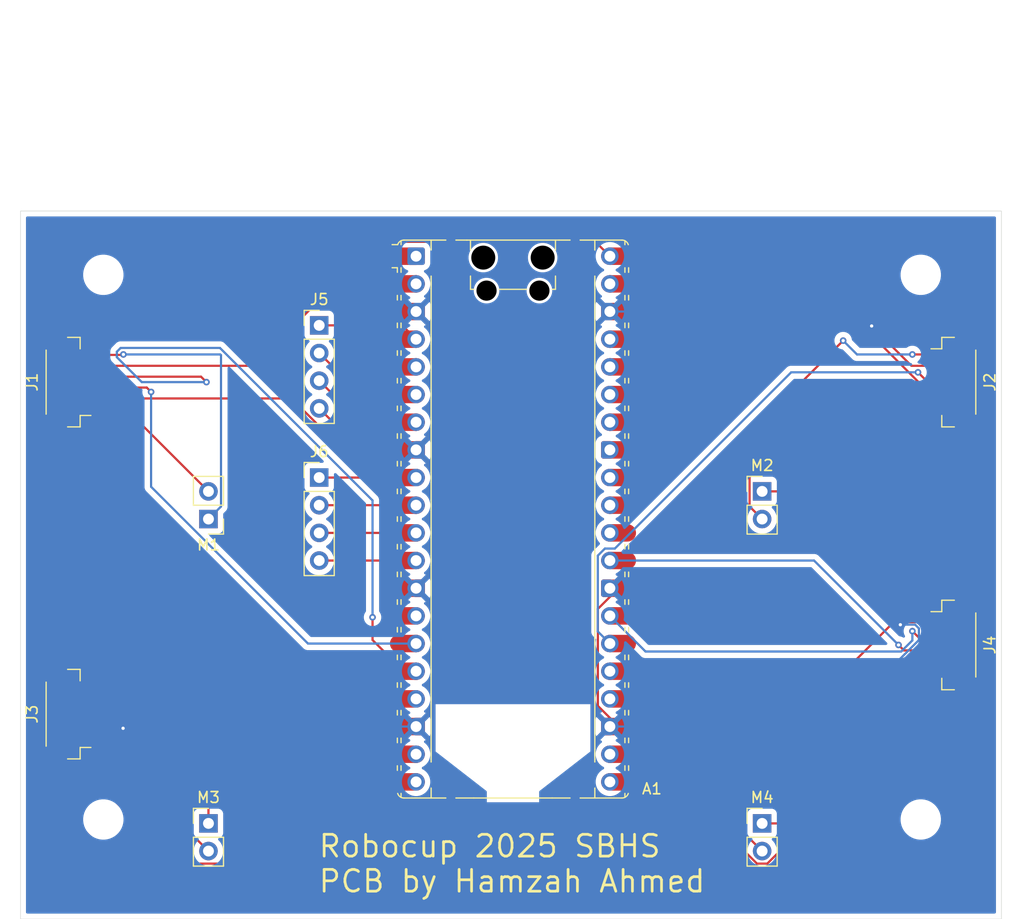
<source format=kicad_pcb>
(kicad_pcb (version 20241229) (generator "pcbnew") (generator_version "9.0")
  (layers (0 "F.Cu" signal) (2 "B.Cu" signal) (13 "F.Paste" user) (15 "B.Paste" user) (5 "F.SilkS" user "F.Silkscreen") (7 "B.SilkS" user "B.Silkscreen") (1 "F.Mask" user) (3 "B.Mask" user) (25 "Edge.Cuts" user))
  (net 0 "")
  (net 1 "Net-(A1-GPIO8)")
  (net 3 "GND")
  (net 4 "Net-(A1-GPIO2)")
  (net 8 "+5V")
  (net 10 "Net-(A1-GPIO5)")
  (net 13 "Net-(A1-GPIO4)")
  (net 14 "/Encoder 3B")
  (net 17 "Net-(A1-GPIO3)")
  (net 19 "Net-(A1-GPIO9)")
  (net 20 "/Encoder 2A")
  (net 22 "Net-(A1-GPIO7)")
  (net 24 "/Encoder 1A")
  (net 31 "/Encoder 2B")
  (net 35 "Net-(A1-GPIO6)")
  (net 39 "Net-(J1-Pin_6)")
  (net 40 "Net-(J1-Pin_1)")
  (net 42 "Net-(J2-Pin_6)")
  (net 43 "Net-(J2-Pin_1)")
  (net 44 "/Encoder 3A")
  (net 46 "Net-(J3-Pin_1)")
  (net 47 "Net-(J3-Pin_6)")
  (net 49 "Net-(J4-Pin_6)")
  (net 50 "Net-(J4-Pin_1)")
  (net 51 "/Encoder 4B")
  (net 53 "/Encoder 4A")
  (net 56 "/Encoder 1B")
  (footprint "MountingHole:MountingHole_3.2mm_M3" (layer "F.Cu") (at 190 60)
    (property "Reference" "REF**" (hide yes))
    (property "Value" "MountingHole_3.2mm_M3")
    (pad "" np_thru_hole circle (at 0 0) (size 3.2 3.2) (drill 3.2) (layers "*.Cu" "*.Mask"))
  )
  (footprint "Connector_JST:JST_SH_BM06B-SRSS-TB_1x06-1MP_P1.00mm_Vertical" (layer "F.Cu") (at 193.04 93.98 -90)
    (property "Reference" "J4" (at 0 -3.3 90) (layer "F.SilkS"))
    (property "Value" "Conn_01x06_Pin")
    (pad "1" smd roundrect (at -2.5 1.325 270) (size 0.6 1.55) (layers "F.Cu" "F.Mask" "F.Paste") (net 50 "Net-(J4-Pin_1)"))
    (pad "2" smd roundrect (at -1.5 1.325 270) (size 0.6 1.55) (layers "F.Cu" "F.Mask" "F.Paste") (net 3 "GND"))
    (pad "3" smd roundrect (at -0.5 1.325 270) (size 0.6 1.55) (layers "F.Cu" "F.Mask" "F.Paste") (net 53 "/Encoder 4A"))
    (pad "4" smd roundrect (at 0.5 1.325 270) (size 0.6 1.55) (layers "F.Cu" "F.Mask" "F.Paste") (net 51 "/Encoder 4B"))
    (pad "5" smd roundrect (at 1.5 1.325 270) (size 0.6 1.55) (layers "F.Cu" "F.Mask" "F.Paste") (net 8 "+5V"))
    (pad "6" smd roundrect (at 2.5 1.325 270) (size 0.6 1.55) (layers "F.Cu" "F.Mask" "F.Paste") (net 49 "Net-(J4-Pin_6)"))
    (pad "MP" smd roundrect (at -3.8 -1.2 270) (size 1.2 1.8) (layers "F.Cu" "F.Mask" "F.Paste") (roundrect_rratio 0.208333))
    (pad "MP" smd roundrect (at 3.8 -1.2 270) (size 1.2 1.8) (layers "F.Cu" "F.Mask" "F.Paste") (roundrect_rratio 0.208333))
  )
  (footprint "Connector_PinHeader_2.54mm:PinHeader_1x04_P2.54mm_Vertical" (layer "F.Cu") (at 134.805 64.64)
    (property "Reference" "J5" (at 0 -2.38 0) (layer "F.SilkS"))
    (property "Value" "Conn_01x04_Pin")
    (pad "1" thru_hole rect (at 0 0) (size 1.7 1.7) (drill 1) (layers "*.Cu" "*.Mask") (net 4 "Net-(A1-GPIO2)"))
    (pad "2" thru_hole circle (at 0 2.54) (size 1.7 1.7) (drill 1) (layers "*.Cu" "*.Mask") (net 17 "Net-(A1-GPIO3)"))
    (pad "3" thru_hole circle (at 0 5.08) (size 1.7 1.7) (drill 1) (layers "*.Cu" "*.Mask") (net 13 "Net-(A1-GPIO4)"))
    (pad "4" thru_hole circle (at 0 7.62) (size 1.7 1.7) (drill 1) (layers "*.Cu" "*.Mask") (net 10 "Net-(A1-GPIO5)"))
  )
  (footprint "MountingHole:MountingHole_3.2mm_M3" (layer "F.Cu") (at 190 110)
    (property "Reference" "REF**" (hide yes))
    (property "Value" "MountingHole_3.2mm_M3")
    (pad "" np_thru_hole circle (at 0 0) (size 3.2 3.2) (drill 3.2) (layers "*.Cu" "*.Mask"))
  )
  (footprint "MountingHole:MountingHole_3.2mm_M3" (layer "F.Cu") (at 115 110)
    (property "Reference" "REF**" (hide yes))
    (property "Value" "MountingHole_3.2mm_M3")
    (pad "" np_thru_hole circle (at 0 0) (size 3.2 3.2) (drill 3.2) (layers "*.Cu" "*.Mask"))
  )
  (footprint "Connector_PinHeader_2.54mm:PinHeader_1x02_P2.54mm_Vertical" (layer "F.Cu") (at 175.445 110.36)
    (property "Reference" "M4" (at 0 -2.38 0) (layer "F.SilkS"))
    (property "Value" "Conn_01x02_Pin")
    (pad "1" thru_hole rect (at 0 0) (size 1.7 1.7) (drill 1) (layers "*.Cu" "*.Mask") (net 49 "Net-(J4-Pin_6)"))
    (pad "2" thru_hole circle (at 0 2.54) (size 1.7 1.7) (drill 1) (layers "*.Cu" "*.Mask") (net 50 "Net-(J4-Pin_1)"))
  )
  (footprint "Connector_PinHeader_2.54mm:PinHeader_1x02_P2.54mm_Vertical" (layer "F.Cu") (at 124.645 82.42 180)
    (property "Reference" "M1" (at 0 -2.38 0) (layer "F.SilkS"))
    (property "Value" "Conn_01x02_Pin")
    (pad "1" thru_hole rect (at 0 0 180) (size 1.7 1.7) (drill 1) (layers "*.Cu" "*.Mask") (net 39 "Net-(J1-Pin_6)"))
    (pad "2" thru_hole circle (at 0 2.54 180) (size 1.7 1.7) (drill 1) (layers "*.Cu" "*.Mask") (net 40 "Net-(J1-Pin_1)"))
  )
  (footprint "Connector_JST:JST_SH_BM06B-SRSS-TB_1x06-1MP_P1.00mm_Vertical" (layer "F.Cu") (at 111.76 100.33 90)
    (property "Reference" "J3" (at 0 -3.3 90) (layer "F.SilkS"))
    (property "Value" "Conn_01x06_Pin")
    (pad "1" smd roundrect (at -2.5 1.325 90) (size 0.6 1.55) (layers "F.Cu" "F.Mask" "F.Paste") (net 46 "Net-(J3-Pin_1)"))
    (pad "2" smd roundrect (at -1.5 1.325 90) (size 0.6 1.55) (layers "F.Cu" "F.Mask" "F.Paste") (net 3 "GND"))
    (pad "3" smd roundrect (at -0.5 1.325 90) (size 0.6 1.55) (layers "F.Cu" "F.Mask" "F.Paste") (net 44 "/Encoder 3A"))
    (pad "4" smd roundrect (at 0.5 1.325 90) (size 0.6 1.55) (layers "F.Cu" "F.Mask" "F.Paste") (net 14 "/Encoder 3B"))
    (pad "5" smd roundrect (at 1.5 1.325 90) (size 0.6 1.55) (layers "F.Cu" "F.Mask" "F.Paste") (net 8 "+5V"))
    (pad "6" smd roundrect (at 2.5 1.325 90) (size 0.6 1.55) (layers "F.Cu" "F.Mask" "F.Paste") (net 47 "Net-(J3-Pin_6)"))
    (pad "MP" smd roundrect (at -3.8 -1.2 90) (size 1.2 1.8) (layers "F.Cu" "F.Mask" "F.Paste") (roundrect_rratio 0.208333))
    (pad "MP" smd roundrect (at 3.8 -1.2 90) (size 1.2 1.8) (layers "F.Cu" "F.Mask" "F.Paste") (roundrect_rratio 0.208333))
  )
  (footprint "MountingHole:MountingHole_3.2mm_M3" (layer "F.Cu") (at 115 60)
    (property "Reference" "REF**" (hide yes))
    (property "Value" "MountingHole_3.2mm_M3")
    (pad "" np_thru_hole circle (at 0 0) (size 3.2 3.2) (drill 3.2) (layers "*.Cu" "*.Mask"))
  )
  (footprint "Connector_JST:JST_SH_BM06B-SRSS-TB_1x06-1MP_P1.00mm_Vertical" (layer "F.Cu") (at 193.04 69.85 -90)
    (property "Reference" "J2" (at 0 -3.3 90) (layer "F.SilkS"))
    (property "Value" "Conn_01x06_Pin")
    (pad "1" smd roundrect (at -2.5 1.325 270) (size 0.6 1.55) (layers "F.Cu" "F.Mask" "F.Paste") (net 43 "Net-(J2-Pin_1)"))
    (pad "2" smd roundrect (at -1.5 1.325 270) (size 0.6 1.55) (layers "F.Cu" "F.Mask" "F.Paste") (net 3 "GND"))
    (pad "3" smd roundrect (at -0.5 1.325 270) (size 0.6 1.55) (layers "F.Cu" "F.Mask" "F.Paste") (net 20 "/Encoder 2A"))
    (pad "4" smd roundrect (at 0.5 1.325 270) (size 0.6 1.55) (layers "F.Cu" "F.Mask" "F.Paste") (net 31 "/Encoder 2B"))
    (pad "5" smd roundrect (at 1.5 1.325 270) (size 0.6 1.55) (layers "F.Cu" "F.Mask" "F.Paste") (net 8 "+5V"))
    (pad "6" smd roundrect (at 2.5 1.325 270) (size 0.6 1.55) (layers "F.Cu" "F.Mask" "F.Paste") (net 42 "Net-(J2-Pin_6)"))
    (pad "MP" smd roundrect (at -3.8 -1.2 270) (size 1.2 1.8) (layers "F.Cu" "F.Mask" "F.Paste") (roundrect_rratio 0.208333))
    (pad "MP" smd roundrect (at 3.8 -1.2 270) (size 1.2 1.8) (layers "F.Cu" "F.Mask" "F.Paste") (roundrect_rratio 0.208333))
  )
  (footprint "Connector_PinHeader_2.54mm:PinHeader_1x02_P2.54mm_Vertical" (layer "F.Cu") (at 124.645 110.36)
    (property "Reference" "M3" (at 0 -2.38 0) (layer "F.SilkS"))
    (property "Value" "Conn_01x02_Pin")
    (pad "1" thru_hole rect (at 0 0) (size 1.7 1.7) (drill 1) (layers "*.Cu" "*.Mask") (net 47 "Net-(J3-Pin_6)"))
    (pad "2" thru_hole circle (at 0 2.54) (size 1.7 1.7) (drill 1) (layers "*.Cu" "*.Mask") (net 46 "Net-(J3-Pin_1)"))
  )
  (footprint "Module:RaspberryPi_Pico_Common_Unspecified" (layer "F.Cu") (at 152.585 82.42)
    (property "Reference" "A1" (at 11.7475 24.765 0) (layer "F.SilkS") (effects (justify left)))
    (property "Value" "RaspberryPi_Pico")
    (pad "" np_thru_hole circle (at -2.725 -24) (size 2.2 2.2) (drill 2.2) (layers "*.Mask"))
    (pad "" np_thru_hole circle (at -2.425 -20.97) (size 1.85 1.85) (drill 1.85) (layers "*.Mask"))
    (pad "" np_thru_hole circle (at 2.425 -20.97) (size 1.85 1.85) (drill 1.85) (layers "*.Mask"))
    (pad "" np_thru_hole circle (at 2.725 -24) (size 2.2 2.2) (drill 2.2) (layers "*.Mask"))
    (pad "1" smd custom (at -9.69 -24.13) (size 1.6 0.8) (layers "F.Cu" "F.Mask") (options (clearance outline) (anchor rect)) (primitives (gr_circle (center 0.8 0) (end 1.6 0) (width 0) (fill yes)) (gr_poly (pts (xy -1.6 -0.6) (xy -1.6 0.6) (xy -1.4 0.8) (xy 0.8 0.8) (xy 0.8 -0.8) (xy -1.4 -0.8)) (width 0) (fill yes)) (gr_circle (center -1.4 -0.6) (end -1.2 -0.6) (width 0) (fill yes)) (gr_circle (center -1.4 0.6) (end -1.2 0.6) (width 0) (fill yes))))
    (pad "1" thru_hole roundrect (at -8.89 -24.13) (size 1.6 1.6) (drill 1) (layers "*.Cu" "*.Mask") (roundrect_rratio 0.125))
    (pad "2" smd roundrect (at -9.69 -21.59) (size 3.2 1.6) (layers "F.Cu" "F.Mask") (roundrect_rratio 0.5))
    (pad "2" thru_hole circle (at -8.89 -21.59) (size 1.6 1.6) (drill 1) (layers "*.Cu" "*.Mask"))
    (pad "3" smd custom (at -9.69 -19.05) (size 1.6 0.8) (layers "F.Cu" "F.Mask") (net 3 "GND") (options (clearance outline) (anchor rect)) (primitives (gr_circle (center -0.8 0) (end 0 0) (width 0) (fill yes)) (gr_poly (pts (xy 1.6 -0.6) (xy 1.6 0.6) (xy 1.4 0.8) (xy -0.8 0.8) (xy -0.8 -0.8) (xy 1.4 -0.8)) (width 0) (fill yes)) (gr_circle (center 1.4 -0.6) (end 1.6 -0.6) (width 0) (fill yes)) (gr_circle (center 1.4 0.6) (end 1.6 0.6) (width 0) (fill yes))))
    (pad "3" thru_hole custom (at -8.89 -19.05) (size 1.6 1.6) (drill 1) (layers "*.Cu" "*.Mask") (net 3 "GND") (options (clearance outline) (anchor circle)) (primitives (gr_poly (pts (xy 0.8 0.6) (xy 0.8 -0.6) (xy 0.6 -0.8) (xy 0 -0.8) (xy 0 0.8) (xy 0.6 0.8)) (width 0) (fill yes)) (gr_circle (center 0.6 0.6) (end 0.8 0.6) (width 0) (fill yes)) (gr_circle (center 0.6 -0.6) (end 0.8 -0.6) (width 0) (fill yes))))
    (pad "4" smd roundrect (at -9.69 -16.51) (size 3.2 1.6) (layers "F.Cu" "F.Mask") (roundrect_rratio 0.5) (net 4 "Net-(A1-GPIO2)"))
    (pad "4" thru_hole circle (at -8.89 -16.51) (size 1.6 1.6) (drill 1) (layers "*.Cu" "*.Mask") (net 4 "Net-(A1-GPIO2)"))
    (pad "5" smd roundrect (at -9.69 -13.97) (size 3.2 1.6) (layers "F.Cu" "F.Mask") (roundrect_rratio 0.5) (net 17 "Net-(A1-GPIO3)"))
    (pad "5" thru_hole circle (at -8.89 -13.97) (size 1.6 1.6) (drill 1) (layers "*.Cu" "*.Mask") (net 17 "Net-(A1-GPIO3)"))
    (pad "6" smd roundrect (at -9.69 -11.43) (size 3.2 1.6) (layers "F.Cu" "F.Mask") (roundrect_rratio 0.5) (net 13 "Net-(A1-GPIO4)"))
    (pad "6" thru_hole circle (at -8.89 -11.43) (size 1.6 1.6) (drill 1) (layers "*.Cu" "*.Mask") (net 13 "Net-(A1-GPIO4)"))
    (pad "7" smd roundrect (at -9.69 -8.89) (size 3.2 1.6) (layers "F.Cu" "F.Mask") (roundrect_rratio 0.5) (net 10 "Net-(A1-GPIO5)"))
    (pad "7" thru_hole circle (at -8.89 -8.89) (size 1.6 1.6) (drill 1) (layers "*.Cu" "*.Mask") (net 10 "Net-(A1-GPIO5)"))
    (pad "8" smd custom (at -9.69 -6.35) (size 1.6 0.8) (layers "F.Cu" "F.Mask") (net 3 "GND") (options (clearance outline) (anchor rect)) (primitives (gr_circle (center -0.8 0) (end 0 0) (width 0) (fill yes)) (gr_poly (pts (xy 1.6 -0.6) (xy 1.6 0.6) (xy 1.4 0.8) (xy -0.8 0.8) (xy -0.8 -0.8) (xy 1.4 -0.8)) (width 0) (fill yes)) (gr_circle (center 1.4 -0.6) (end 1.6 -0.6) (width 0) (fill yes)) (gr_circle (center 1.4 0.6) (end 1.6 0.6) (width 0) (fill yes))))
    (pad "8" thru_hole custom (at -8.89 -6.35) (size 1.6 1.6) (drill 1) (layers "*.Cu" "*.Mask") (net 3 "GND") (options (clearance outline) (anchor circle)) (primitives (gr_poly (pts (xy 0.8 0.6) (xy 0.8 -0.6) (xy 0.6 -0.8) (xy 0 -0.8) (xy 0 0.8) (xy 0.6 0.8)) (width 0) (fill yes)) (gr_circle (center 0.6 0.6) (end 0.8 0.6) (width 0) (fill yes)) (gr_circle (center 0.6 -0.6) (end 0.8 -0.6) (width 0) (fill yes))))
    (pad "9" smd roundrect (at -9.69 -3.81) (size 3.2 1.6) (layers "F.Cu" "F.Mask") (roundrect_rratio 0.5) (net 35 "Net-(A1-GPIO6)"))
    (pad "9" thru_hole circle (at -8.89 -3.81) (size 1.6 1.6) (drill 1) (layers "*.Cu" "*.Mask") (net 35 "Net-(A1-GPIO6)"))
    (pad "10" smd roundrect (at -9.69 -1.27) (size 3.2 1.6) (layers "F.Cu" "F.Mask") (roundrect_rratio 0.5) (net 22 "Net-(A1-GPIO7)"))
    (pad "10" thru_hole circle (at -8.89 -1.27) (size 1.6 1.6) (drill 1) (layers "*.Cu" "*.Mask") (net 22 "Net-(A1-GPIO7)"))
    (pad "11" smd roundrect (at -9.69 1.27) (size 3.2 1.6) (layers "F.Cu" "F.Mask") (roundrect_rratio 0.5) (net 1 "Net-(A1-GPIO8)"))
    (pad "11" thru_hole circle (at -8.89 1.27) (size 1.6 1.6) (drill 1) (layers "*.Cu" "*.Mask") (net 1 "Net-(A1-GPIO8)"))
    (pad "12" smd roundrect (at -9.69 3.81) (size 3.2 1.6) (layers "F.Cu" "F.Mask") (roundrect_rratio 0.5) (net 19 "Net-(A1-GPIO9)"))
    (pad "12" thru_hole circle (at -8.89 3.81) (size 1.6 1.6) (drill 1) (layers "*.Cu" "*.Mask") (net 19 "Net-(A1-GPIO9)"))
    (pad "13" smd custom (at -9.69 6.35) (size 1.6 0.8) (layers "F.Cu" "F.Mask") (net 3 "GND") (options (clearance outline) (anchor rect)) (primitives (gr_circle (center -0.8 0) (end 0 0) (width 0) (fill yes)) (gr_poly (pts (xy 1.6 -0.6) (xy 1.6 0.6) (xy 1.4 0.8) (xy -0.8 0.8) (xy -0.8 -0.8) (xy 1.4 -0.8)) (width 0) (fill yes)) (gr_circle (center 1.4 -0.6) (end 1.6 -0.6) (width 0) (fill yes)) (gr_circle (center 1.4 0.6) (end 1.6 0.6) (width 0) (fill yes))))
    (pad "13" thru_hole custom (at -8.89 6.35) (size 1.6 1.6) (drill 1) (layers "*.Cu" "*.Mask") (net 3 "GND") (options (clearance outline) (anchor circle)) (primitives (gr_poly (pts (xy 0.8 0.6) (xy 0.8 -0.6) (xy 0.6 -0.8) (xy 0 -0.8) (xy 0 0.8) (xy 0.6 0.8)) (width 0) (fill yes)) (gr_circle (center 0.6 0.6) (end 0.8 0.6) (width 0) (fill yes)) (gr_circle (center 0.6 -0.6) (end 0.8 -0.6) (width 0) (fill yes))))
    (pad "14" smd roundrect (at -9.69 8.89) (size 3.2 1.6) (layers "F.Cu" "F.Mask") (roundrect_rratio 0.5))
    (pad "14" thru_hole circle (at -8.89 8.89) (size 1.6 1.6) (drill 1) (layers "*.Cu" "*.Mask"))
    (pad "15" smd roundrect (at -9.69 11.43) (size 3.2 1.6) (layers "F.Cu" "F.Mask") (roundrect_rratio 0.5) (net 24 "/Encoder 1A"))
    (pad "15" thru_hole circle (at -8.89 11.43) (size 1.6 1.6) (drill 1) (layers "*.Cu" "*.Mask") (net 24 "/Encoder 1A"))
    (pad "16" smd roundrect (at -9.69 13.97) (size 3.2 1.6) (layers "F.Cu" "F.Mask") (roundrect_rratio 0.5) (net 56 "/Encoder 1B"))
    (pad "16" thru_hole circle (at -8.89 13.97) (size 1.6 1.6) (drill 1) (layers "*.Cu" "*.Mask") (net 56 "/Encoder 1B"))
    (pad "17" smd roundrect (at -9.69 16.51) (size 3.2 1.6) (layers "F.Cu" "F.Mask") (roundrect_rratio 0.5) (net 44 "/Encoder 3A"))
    (pad "17" thru_hole circle (at -8.89 16.51) (size 1.6 1.6) (drill 1) (layers "*.Cu" "*.Mask") (net 44 "/Encoder 3A"))
    (pad "18" smd custom (at -9.69 19.05) (size 1.6 0.8) (layers "F.Cu" "F.Mask") (net 3 "GND") (options (clearance outline) (anchor rect)) (primitives (gr_circle (center -0.8 0) (end 0 0) (width 0) (fill yes)) (gr_poly (pts (xy 1.6 -0.6) (xy 1.6 0.6) (xy 1.4 0.8) (xy -0.8 0.8) (xy -0.8 -0.8) (xy 1.4 -0.8)) (width 0) (fill yes)) (gr_circle (center 1.4 -0.6) (end 1.6 -0.6) (width 0) (fill yes)) (gr_circle (center 1.4 0.6) (end 1.6 0.6) (width 0) (fill yes))))
    (pad "18" thru_hole custom (at -8.89 19.05) (size 1.6 1.6) (drill 1) (layers "*.Cu" "*.Mask") (net 3 "GND") (options (clearance outline) (anchor circle)) (primitives (gr_poly (pts (xy 0.8 0.6) (xy 0.8 -0.6) (xy 0.6 -0.8) (xy 0 -0.8) (xy 0 0.8) (xy 0.6 0.8)) (width 0) (fill yes)) (gr_circle (center 0.6 0.6) (end 0.8 0.6) (width 0) (fill yes)) (gr_circle (center 0.6 -0.6) (end 0.8 -0.6) (width 0) (fill yes))))
    (pad "19" smd roundrect (at -9.69 21.59) (size 3.2 1.6) (layers "F.Cu" "F.Mask") (roundrect_rratio 0.5) (net 14 "/Encoder 3B"))
    (pad "19" thru_hole circle (at -8.89 21.59) (size 1.6 1.6) (drill 1) (layers "*.Cu" "*.Mask") (net 14 "/Encoder 3B"))
    (pad "20" smd roundrect (at -9.69 24.13) (size 3.2 1.6) (layers "F.Cu" "F.Mask") (roundrect_rratio 0.5))
    (pad "20" thru_hole circle (at -8.89 24.13) (size 1.6 1.6) (drill 1) (layers "*.Cu" "*.Mask"))
    (pad "21" thru_hole circle (at 8.89 24.13) (size 1.6 1.6) (drill 1) (layers "*.Cu" "*.Mask"))
    (pad "21" smd roundrect (at 9.69 24.13) (size 3.2 1.6) (layers "F.Cu" "F.Mask") (roundrect_rratio 0.5))
    (pad "22" thru_hole circle (at 8.89 21.59) (size 1.6 1.6) (drill 1) (layers "*.Cu" "*.Mask"))
    (pad "22" smd roundrect (at 9.69 21.59) (size 3.2 1.6) (layers "F.Cu" "F.Mask") (roundrect_rratio 0.5))
    (pad "23" thru_hole custom (at 8.89 19.05) (size 1.6 1.6) (drill 1) (layers "*.Cu" "*.Mask") (net 3 "GND") (options (clearance outline) (anchor circle)) (primitives (gr_poly (pts (xy -0.8 0.6) (xy -0.8 -0.6) (xy -0.6 -0.8) (xy 0 -0.8) (xy 0 0.8) (xy -0.6 0.8)) (width 0) (fill yes)) (gr_circle (center -0.6 0.6) (end -0.4 0.6) (width 0) (fill yes)) (gr_circle (center -0.6 -0.6) (end -0.4 -0.6) (width 0) (fill yes))))
    (pad "23" smd custom (at 9.69 19.05) (size 1.6 0.8) (layers "F.Cu" "F.Mask") (net 3 "GND") (options (clearance outline) (anchor rect)) (primitives (gr_circle (center 0.8 0) (end 1.6 0) (width 0) (fill yes)) (gr_poly (pts (xy -1.6 -0.6) (xy -1.6 0.6) (xy -1.4 0.8) (xy 0.8 0.8) (xy 0.8 -0.8) (xy -1.4 -0.8)) (width 0) (fill yes)) (gr_circle (center -1.4 -0.6) (end -1.2 -0.6) (width 0) (fill yes)) (gr_circle (center -1.4 0.6) (end -1.2 0.6) (width 0) (fill yes))))
    (pad "24" thru_hole circle (at 8.89 16.51) (size 1.6 1.6) (drill 1) (layers "*.Cu" "*.Mask"))
    (pad "24" smd roundrect (at 9.69 16.51) (size 3.2 1.6) (layers "F.Cu" "F.Mask") (roundrect_rratio 0.5))
    (pad "25" thru_hole circle (at 8.89 13.97) (size 1.6 1.6) (drill 1) (layers "*.Cu" "*.Mask") (net 20 "/Encoder 2A"))
    (pad "25" smd roundrect (at 9.69 13.97) (size 3.2 1.6) (layers "F.Cu" "F.Mask") (roundrect_rratio 0.5) (net 20 "/Encoder 2A"))
    (pad "26" thru_hole circle (at 8.89 11.43) (size 1.6 1.6) (drill 1) (layers "*.Cu" "*.Mask") (net 31 "/Encoder 2B"))
    (pad "26" smd roundrect (at 9.69 11.43) (size 3.2 1.6) (layers "F.Cu" "F.Mask") (roundrect_rratio 0.5) (net 31 "/Encoder 2B"))
    (pad "27" thru_hole circle (at 8.89 8.89) (size 1.6 1.6) (drill 1) (layers "*.Cu" "*.Mask") (net 53 "/Encoder 4A"))
    (pad "27" smd roundrect (at 9.69 8.89) (size 3.2 1.6) (layers "F.Cu" "F.Mask") (roundrect_rratio 0.5) (net 53 "/Encoder 4A"))
    (pad "28" thru_hole custom (at 8.89 6.35) (size 1.6 1.6) (drill 1) (layers "*.Cu" "*.Mask") (net 3 "GND") (options (clearance outline) (anchor circle)) (primitives (gr_poly (pts (xy -0.8 0.6) (xy -0.8 -0.6) (xy -0.6 -0.8) (xy 0 -0.8) (xy 0 0.8) (xy -0.6 0.8)) (width 0) (fill yes)) (gr_circle (center -0.6 0.6) (end -0.4 0.6) (width 0) (fill yes)) (gr_circle (center -0.6 -0.6) (end -0.4 -0.6) (width 0) (fill yes))))
    (pad "28" smd custom (at 9.69 6.35) (size 1.6 0.8) (layers "F.Cu" "F.Mask") (net 3 "GND") (options (clearance outline) (anchor rect)) (primitives (gr_circle (center 0.8 0) (end 1.6 0) (width 0) (fill yes)) (gr_poly (pts (xy -1.6 -0.6) (xy -1.6 0.6) (xy -1.4 0.8) (xy 0.8 0.8) (xy 0.8 -0.8) (xy -1.4 -0.8)) (width 0) (fill yes)) (gr_circle (center -1.4 -0.6) (end -1.2 -0.6) (width 0) (fill yes)) (gr_circle (center -1.4 0.6) (end -1.2 0.6) (width 0) (fill yes))))
    (pad "29" thru_hole circle (at 8.89 3.81) (size 1.6 1.6) (drill 1) (layers "*.Cu" "*.Mask") (net 51 "/Encoder 4B"))
    (pad "29" smd roundrect (at 9.69 3.81) (size 3.2 1.6) (layers "F.Cu" "F.Mask") (roundrect_rratio 0.5) (net 51 "/Encoder 4B"))
    (pad "30" thru_hole circle (at 8.89 1.27) (size 1.6 1.6) (drill 1) (layers "*.Cu" "*.Mask"))
    (pad "30" smd roundrect (at 9.69 1.27) (size 3.2 1.6) (layers "F.Cu" "F.Mask") (roundrect_rratio 0.5))
    (pad "31" thru_hole circle (at 8.89 -1.27) (size 1.6 1.6) (drill 1) (layers "*.Cu" "*.Mask"))
    (pad "31" smd roundrect (at 9.69 -1.27) (size 3.2 1.6) (layers "F.Cu" "F.Mask") (roundrect_rratio 0.5))
    (pad "32" thru_hole circle (at 8.89 -3.81) (size 1.6 1.6) (drill 1) (layers "*.Cu" "*.Mask"))
    (pad "32" smd roundrect (at 9.69 -3.81) (size 3.2 1.6) (layers "F.Cu" "F.Mask") (roundrect_rratio 0.5))
    (pad "33" thru_hole custom (at 8.89 -6.35) (size 1.6 1.6) (drill 1) (layers "*.Cu" "*.Mask") (options (clearance outline) (anchor circle)) (primitives (gr_poly (pts (xy -0.8 0.6) (xy -0.8 -0.6) (xy -0.6 -0.8) (xy 0 -0.8) (xy 0 0.8) (xy -0.6 0.8)) (width 0) (fill yes)) (gr_circle (center -0.6 0.6) (end -0.4 0.6) (width 0) (fill yes)) (gr_circle (center -0.6 -0.6) (end -0.4 -0.6) (width 0) (fill yes))))
    (pad "33" smd custom (at 9.69 -6.35) (size 1.6 0.8) (layers "F.Cu" "F.Mask") (options (clearance outline) (anchor rect)) (primitives (gr_circle (center 0.8 0) (end 1.6 0) (width 0) (fill yes)) (gr_poly (pts (xy -1.6 -0.6) (xy -1.6 0.6) (xy -1.4 0.8) (xy 0.8 0.8) (xy 0.8 -0.8) (xy -1.4 -0.8)) (width 0) (fill yes)) (gr_circle (center -1.4 -0.6) (end -1.2 -0.6) (width 0) (fill yes)) (gr_circle (center -1.4 0.6) (end -1.2 0.6) (width 0) (fill yes))))
    (pad "34" thru_hole circle (at 8.89 -8.89) (size 1.6 1.6) (drill 1) (layers "*.Cu" "*.Mask"))
    (pad "34" smd roundrect (at 9.69 -8.89) (size 3.2 1.6) (layers "F.Cu" "F.Mask") (roundrect_rratio 0.5))
    (pad "35" thru_hole circle (at 8.89 -11.43) (size 1.6 1.6) (drill 1) (layers "*.Cu" "*.Mask"))
    (pad "35" smd roundrect (at 9.69 -11.43) (size 3.2 1.6) (layers "F.Cu" "F.Mask") (roundrect_rratio 0.5))
    (pad "36" thru_hole circle (at 8.89 -13.97) (size 1.6 1.6) (drill 1) (layers "*.Cu" "*.Mask"))
    (pad "36" smd roundrect (at 9.69 -13.97) (size 3.2 1.6) (layers "F.Cu" "F.Mask") (roundrect_rratio 0.5))
    (pad "37" thru_hole circle (at 8.89 -16.51) (size 1.6 1.6) (drill 1) (layers "*.Cu" "*.Mask"))
    (pad "37" smd roundrect (at 9.69 -16.51) (size 3.2 1.6) (layers "F.Cu" "F.Mask") (roundrect_rratio 0.5))
    (pad "38" thru_hole custom (at 8.89 -19.05) (size 1.6 1.6) (drill 1) (layers "*.Cu" "*.Mask") (net 3 "GND") (options (clearance outline) (anchor circle)) (primitives (gr_poly (pts (xy -0.8 0.6) (xy -0.8 -0.6) (xy -0.6 -0.8) (xy 0 -0.8) (xy 0 0.8) (xy -0.6 0.8)) (width 0) (fill yes)) (gr_circle (center -0.6 0.6) (end -0.4 0.6) (width 0) (fill yes)) (gr_circle (center -0.6 -0.6) (end -0.4 -0.6) (width 0) (fill yes))))
    (pad "38" smd custom (at 9.69 -19.05) (size 1.6 0.8) (layers "F.Cu" "F.Mask") (net 3 "GND") (options (clearance outline) (anchor rect)) (primitives (gr_circle (center 0.8 0) (end 1.6 0) (width 0) (fill yes)) (gr_poly (pts (xy -1.6 -0.6) (xy -1.6 0.6) (xy -1.4 0.8) (xy 0.8 0.8) (xy 0.8 -0.8) (xy -1.4 -0.8)) (width 0) (fill yes)) (gr_circle (center -1.4 -0.6) (end -1.2 -0.6) (width 0) (fill yes)) (gr_circle (center -1.4 0.6) (end -1.2 0.6) (width 0) (fill yes))))
    (pad "39" thru_hole circle (at 8.89 -21.59) (size 1.6 1.6) (drill 1) (layers "*.Cu" "*.Mask"))
    (pad "39" smd roundrect (at 9.69 -21.59) (size 3.2 1.6) (layers "F.Cu" "F.Mask") (roundrect_rratio 0.5))
    (pad "40" thru_hole circle (at 8.89 -24.13) (size 1.6 1.6) (drill 1) (layers "*.Cu" "*.Mask") (net 8 "+5V"))
    (pad "40" smd roundrect (at 9.69 -24.13) (size 3.2 1.6) (layers "F.Cu" "F.Mask") (roundrect_rratio 0.5) (net 8 "+5V"))
    (zone (net 0) (net_name "") (layers "F.Cu" "B.Cu" "F.Paste" "B.Paste") (name "Antenna Copper Keep Out") (connect_pads (clearance 0)) (min_thickness 0.254)
      (keepout (tracks not_allowed) (vias not_allowed) (pads not_allowed) (copperpour not_allowed) (footprints allowed))
      (fill (thermal_gap 0.508) (thermal_bridge_width 0.508))
      (polygon (pts (xy 150.185 107.409895) (xy 145.485 103.759895) (xy 145.485 99.42) (xy 159.685 99.42) (xy 159.685 103.759895) (xy 154.985 107.409895) (xy 154.985 108.42) (xy 150.185 108.42)))
    )
  )
  (footprint "Connector_PinHeader_2.54mm:PinHeader_1x02_P2.54mm_Vertical" (layer "F.Cu") (at 175.445 79.88)
    (property "Reference" "M2" (at 0 -2.38 0) (layer "F.SilkS"))
    (property "Value" "Conn_01x02_Pin")
    (pad "1" thru_hole rect (at 0 0) (size 1.7 1.7) (drill 1) (layers "*.Cu" "*.Mask") (net 42 "Net-(J2-Pin_6)"))
    (pad "2" thru_hole circle (at 0 2.54) (size 1.7 1.7) (drill 1) (layers "*.Cu" "*.Mask") (net 43 "Net-(J2-Pin_1)"))
  )
  (footprint "Connector_JST:JST_SH_BM06B-SRSS-TB_1x06-1MP_P1.00mm_Vertical" (layer "F.Cu") (at 111.76 69.85 90)
    (property "Reference" "J1" (at 0 -3.3 90) (layer "F.SilkS"))
    (property "Value" "Conn_01x06_Pin")
    (pad "1" smd roundrect (at -2.5 1.325 90) (size 0.6 1.55) (layers "F.Cu" "F.Mask" "F.Paste") (net 40 "Net-(J1-Pin_1)"))
    (pad "2" smd roundrect (at -1.5 1.325 90) (size 0.6 1.55) (layers "F.Cu" "F.Mask" "F.Paste") (net 3 "GND"))
    (pad "3" smd roundrect (at -0.5 1.325 90) (size 0.6 1.55) (layers "F.Cu" "F.Mask" "F.Paste") (net 24 "/Encoder 1A"))
    (pad "4" smd roundrect (at 0.5 1.325 90) (size 0.6 1.55) (layers "F.Cu" "F.Mask" "F.Paste") (net 56 "/Encoder 1B"))
    (pad "5" smd roundrect (at 1.5 1.325 90) (size 0.6 1.55) (layers "F.Cu" "F.Mask" "F.Paste") (net 8 "+5V"))
    (pad "6" smd roundrect (at 2.5 1.325 90) (size 0.6 1.55) (layers "F.Cu" "F.Mask" "F.Paste") (net 39 "Net-(J1-Pin_6)"))
    (pad "MP" smd roundrect (at -3.8 -1.2 90) (size 1.2 1.8) (layers "F.Cu" "F.Mask" "F.Paste") (roundrect_rratio 0.208333))
    (pad "MP" smd roundrect (at 3.8 -1.2 90) (size 1.2 1.8) (layers "F.Cu" "F.Mask" "F.Paste") (roundrect_rratio 0.208333))
  )
  (footprint "Connector_PinHeader_2.54mm:PinHeader_1x04_P2.54mm_Vertical" (layer "F.Cu") (at 134.805 78.61)
    (property "Reference" "J6" (at 0 -2.38 0) (layer "F.SilkS"))
    (property "Value" "Conn_01x04_Pin")
    (pad "1" thru_hole rect (at 0 0) (size 1.7 1.7) (drill 1) (layers "*.Cu" "*.Mask") (net 35 "Net-(A1-GPIO6)"))
    (pad "2" thru_hole circle (at 0 2.54) (size 1.7 1.7) (drill 1) (layers "*.Cu" "*.Mask") (net 22 "Net-(A1-GPIO7)"))
    (pad "3" thru_hole circle (at 0 5.08) (size 1.7 1.7) (drill 1) (layers "*.Cu" "*.Mask") (net 1 "Net-(A1-GPIO8)"))
    (pad "4" thru_hole circle (at 0 7.62) (size 1.7 1.7) (drill 1) (layers "*.Cu" "*.Mask") (net 19 "Net-(A1-GPIO9)"))
  )
  (gr_rect (start 107.4 54.14) (end 197.4 119.14) (stroke (width 0.05)) (fill no) (layer "Edge.Cuts"))
  (gr_text "Robocup 2025 SBHS\nPCB by Hamzah Ahmed" (at 134.62 116.84 0) (layer "F.SilkS") (effects (font (size 2 2) (thickness 0.25)) (justify left bottom)))
  (segment (start 134.805 83.69) (end 142.895 83.69) (width 0.2) (layer "F.Cu") (net 1))
  (segment (start 191.715 92.48) (end 190.940001 92.48) (width 0.2) (layer "F.Cu") (net 3))
  (segment (start 162.275 101.47) (end 160.374 99.569) (width 0.2) (layer "F.Cu") (net 3))
  (segment (start 189.23 91.881) (end 188.36753 91.881) (width 0.2) (layer "F.Cu") (net 3))
  (segment (start 116.61 101.83) (end 116.810735 101.629265) (width 0.2) (layer "F.Cu") (net 3))
  (segment (start 113.085 71.35) (end 132.26724 71.35) (width 0.2) (layer "F.Cu") (net 3))
  (segment (start 191.715 68.35) (end 189.146562 68.35) (width 0.2) (layer "F.Cu") (net 3))
  (segment (start 189.146562 68.35) (end 185.493281 64.696719) (width 0.2) (layer "F.Cu") (net 3))
  (segment (start 188.36753 91.881) (end 188.127315 92.121215) (width 0.2) (layer "F.Cu") (net 3))
  (segment (start 160.374 90.671) (end 162.275 88.77) (width 0.2) (layer "F.Cu") (net 3))
  (segment (start 132.26724 71.35) (end 136.98724 76.07) (width 0.2) (layer "F.Cu") (net 3))
  (segment (start 160.374 99.569) (end 160.374 90.671) (width 0.2) (layer "F.Cu") (net 3))
  (segment (start 190.940001 92.48) (end 190.341001 91.881) (width 0.2) (layer "F.Cu") (net 3))
  (segment (start 136.98724 76.07) (end 143.695 76.07) (width 0.2) (layer "F.Cu") (net 3))
  (segment (start 190.341001 91.881) (end 189.23 91.881) (width 0.2) (layer "F.Cu") (net 3))
  (segment (start 113.085 101.83) (end 116.61 101.83) (width 0.2) (layer "F.Cu") (net 3))
  (via (at 185.493281 64.696719) (size 0.6) (drill 0.3) (layers "F.Cu" "B.Cu") (net 3))
  (via (at 116.810735 101.629265) (size 0.6) (drill 0.3) (layers "F.Cu" "B.Cu") (net 3))
  (via (at 188.127315 92.121215) (size 0.6) (drill 0.3) (layers "F.Cu" "B.Cu") (net 3))
  (segment (start 189.831 93.526043) (end 181.887043 101.47) (width 0.2) (layer "B.Cu") (net 3))
  (segment (start 181.887043 101.47) (end 161.475 101.47) (width 0.2) (layer "B.Cu") (net 3))
  (segment (start 189.831 92.461057) (end 189.831 93.526043) (width 0.2) (layer "B.Cu") (net 3))
  (segment (start 185.493281 64.696719) (end 184.166562 63.37) (width 0.2) (layer "B.Cu") (net 3))
  (segment (start 184.166562 63.37) (end 161.475 63.37) (width 0.2) (layer "B.Cu") (net 3))
  (segment (start 116.97 101.47) (end 143.695 101.47) (width 0.2) (layer "B.Cu") (net 3))
  (segment (start 188.127315 92.121215) (end 188.13953 92.109) (width 0.2) (layer "B.Cu") (net 3))
  (segment (start 116.810735 101.629265) (end 116.97 101.47) (width 0.2) (layer "B.Cu") (net 3))
  (segment (start 189.478943 92.109) (end 189.831 92.461057) (width 0.2) (layer "B.Cu") (net 3))
  (segment (start 188.13953 92.109) (end 189.478943 92.109) (width 0.2) (layer "B.Cu") (net 3))
  (segment (start 134.805 64.64) (end 142.425 64.64) (width 0.2) (layer "F.Cu") (net 4))
  (segment (start 142.425 64.64) (end 143.695 65.91) (width 0.2) (layer "F.Cu") (net 4))
  (segment (start 113.085 68.35) (end 128.793 68.35) (width 0.2) (layer "F.Cu") (net 8))
  (segment (start 192.131968 71.35) (end 192.791 72.009032) (width 0.2) (layer "F.Cu") (net 8))
  (segment (start 161.475 58.29) (end 178.238032 58.29) (width 0.2) (layer "F.Cu") (net 8))
  (segment (start 140.174 56.969) (end 160.154 56.969) (width 0.2) (layer "F.Cu") (net 8))
  (segment (start 112.009 98.528999) (end 112.310001 98.83) (width 0.2) (layer "F.Cu") (net 8))
  (segment (start 191.298032 71.35) (end 191.715 71.35) (width 0.2) (layer "F.Cu") (net 8))
  (segment (start 191.715 71.35) (end 192.131968 71.35) (width 0.2) (layer "F.Cu") (net 8))
  (segment (start 192.791 94.820968) (end 192.131968 95.48) (width 0.2) (layer "F.Cu") (net 8))
  (segment (start 192.131968 95.48) (end 191.715 95.48) (width 0.2) (layer "F.Cu") (net 8))
  (segment (start 128.793 68.35) (end 140.174 56.969) (width 0.2) (layer "F.Cu") (net 8))
  (segment (start 112.310001 98.83) (end 113.085 98.83) (width 0.2) (layer "F.Cu") (net 8))
  (segment (start 112.668032 68.35) (end 112.009 69.009032) (width 0.2) (layer "F.Cu") (net 8))
  (segment (start 113.085 68.35) (end 112.668032 68.35) (width 0.2) (layer "F.Cu") (net 8))
  (segment (start 192.791 72.009032) (end 192.791 94.820968) (width 0.2) (layer "F.Cu") (net 8))
  (segment (start 112.009 69.009032) (end 112.009 98.528999) (width 0.2) (layer "F.Cu") (net 8))
  (segment (start 178.238032 58.29) (end 191.298032 71.35) (width 0.2) (layer "F.Cu") (net 8))
  (segment (start 160.154 56.969) (end 161.475 58.29) (width 0.2) (layer "F.Cu") (net 8))
  (segment (start 136.075 73.53) (end 142.895 73.53) (width 0.2) (layer "F.Cu") (net 10))
  (segment (start 134.805 72.26) (end 136.075 73.53) (width 0.2) (layer "F.Cu") (net 10))
  (segment (start 134.805 69.72) (end 136.075 70.99) (width 0.2) (layer "F.Cu") (net 13))
  (segment (start 136.075 70.99) (end 142.895 70.99) (width 0.2) (layer "F.Cu") (net 13))
  (segment (start 109.359 107.118131) (end 109.359 103.139032) (width 0.2) (layer "F.Cu") (net 14))
  (segment (start 142.895 104.01) (end 132.453 114.452) (width 0.2) (layer "F.Cu") (net 14))
  (segment (start 112.668032 99.83) (end 113.085 99.83) (width 0.2) (layer "F.Cu") (net 14))
  (segment (start 116.692869 114.452) (end 109.359 107.118131) (width 0.2) (layer "F.Cu") (net 14))
  (segment (start 132.453 114.452) (end 116.692869 114.452) (width 0.2) (layer "F.Cu") (net 14))
  (segment (start 109.359 103.139032) (end 112.668032 99.83) (width 0.2) (layer "F.Cu") (net 14))
  (segment (start 134.805 67.18) (end 136.075 68.45) (width 0.2) (layer "F.Cu") (net 17))
  (segment (start 136.075 68.45) (end 142.895 68.45) (width 0.2) (layer "F.Cu") (net 17))
  (segment (start 134.805 86.23) (end 143.695 86.23) (width 0.2) (layer "F.Cu") (net 19))
  (segment (start 195.441 94.53176) (end 175.92176 114.051) (width 0.2) (layer "F.Cu") (net 20))
  (segment (start 162.69 96.39) (end 161.475 96.39) (width 0.2) (layer "F.Cu") (net 20))
  (segment (start 195.441 72.251) (end 195.441 94.53176) (width 0.2) (layer "F.Cu") (net 20))
  (segment (start 191.715 69.35) (end 192.54 69.35) (width 0.2) (layer "F.Cu") (net 20))
  (segment (start 192.54 69.35) (end 195.441 72.251) (width 0.2) (layer "F.Cu") (net 20))
  (segment (start 175.92176 114.051) (end 174.96824 114.051) (width 0.2) (layer "F.Cu") (net 20))
  (segment (start 164.181 97.881) (end 162.69 96.39) (width 0.2) (layer "F.Cu") (net 20))
  (segment (start 174.96824 114.051) (end 164.181 103.26376) (width 0.2) (layer "F.Cu") (net 20))
  (segment (start 164.181 103.26376) (end 164.181 97.881) (width 0.2) (layer "F.Cu") (net 20))
  (segment (start 134.805 81.15) (end 142.895 81.15) (width 0.2) (layer "F.Cu") (net 22))
  (segment (start 113.085 70.35) (end 118.98 70.35) (width 0.2) (layer "F.Cu") (net 24))
  (segment (start 118.98 70.35) (end 119.38 70.75) (width 0.2) (layer "F.Cu") (net 24))
  (via (at 119.38 70.75) (size 0.6) (drill 0.3) (layers "F.Cu" "B.Cu") (net 24))
  (segment (start 119.38 79.457) (end 133.773 93.85) (width 0.2) (layer "B.Cu") (net 24))
  (segment (start 119.38 70.75) (end 119.38 79.457) (width 0.2) (layer "B.Cu") (net 24))
  (segment (start 133.773 93.85) (end 143.695 93.85) (width 0.2) (layer "B.Cu") (net 24))
  (segment (start 191.14656 70.35) (end 189.74656 68.95) (width 0.2) (layer "F.Cu") (net 31))
  (segment (start 191.715 70.35) (end 191.14656 70.35) (width 0.2) (layer "F.Cu") (net 31))
  (via (at 189.74656 68.95) (size 0.6) (drill 0.3) (layers "F.Cu" "B.Cu") (net 31))
  (segment (start 189.74656 68.95) (end 178.11005 68.95) (width 0.2) (layer "B.Cu") (net 31))
  (segment (start 160.369 92.744) (end 161.475 93.85) (width 0.2) (layer "B.Cu") (net 31))
  (segment (start 161.01895 85.129) (end 160.369 85.77895) (width 0.2) (layer "B.Cu") (net 31))
  (segment (start 178.11005 68.95) (end 161.93105 85.129) (width 0.2) (layer "B.Cu") (net 31))
  (segment (start 160.369 85.77895) (end 160.369 92.744) (width 0.2) (layer "B.Cu") (net 31))
  (segment (start 161.93105 85.129) (end 161.01895 85.129) (width 0.2) (layer "B.Cu") (net 31))
  (segment (start 134.805 78.61) (end 143.695 78.61) (width 0.2) (layer "F.Cu") (net 35))
  (segment (start 116.84 67.31) (end 116.8 67.35) (width 0.2) (layer "F.Cu") (net 39))
  (segment (start 116.8 67.35) (end 113.085 67.35) (width 0.2) (layer "F.Cu") (net 39))
  (via (at 116.84 67.31) (size 0.6) (drill 0.3) (layers "F.Cu" "B.Cu") (net 39))
  (segment (start 124.645 82.42) (end 125.796 81.269) (width 0.2) (layer "B.Cu") (net 39))
  (segment (start 125.796 81.269) (end 125.796 67.376) (width 0.2) (layer "B.Cu") (net 39))
  (segment (start 125.796 67.376) (end 125.73 67.31) (width 0.2) (layer "B.Cu") (net 39))
  (segment (start 125.73 67.31) (end 116.84 67.31) (width 0.2) (layer "B.Cu") (net 39))
  (segment (start 117.115 72.35) (end 113.085 72.35) (width 0.2) (layer "F.Cu") (net 40))
  (segment (start 124.645 79.88) (end 117.115 72.35) (width 0.2) (layer "F.Cu") (net 40))
  (segment (start 184.185 79.88) (end 191.715 72.35) (width 0.2) (layer "F.Cu") (net 42))
  (segment (start 175.445 79.88) (end 184.185 79.88) (width 0.2) (layer "F.Cu") (net 42))
  (segment (start 190.5 67.31) (end 190.54 67.35) (width 0.2) (layer "F.Cu") (net 43))
  (segment (start 174.294 74.626) (end 182.88 66.04) (width 0.2) (layer "F.Cu") (net 43))
  (segment (start 175.445 82.42) (end 174.294 81.269) (width 0.2) (layer "F.Cu") (net 43))
  (segment (start 174.294 81.269) (end 174.294 74.626) (width 0.2) (layer "F.Cu") (net 43))
  (segment (start 189.23 67.31) (end 190.5 67.31) (width 0.2) (layer "F.Cu") (net 43))
  (segment (start 190.54 67.35) (end 191.715 67.35) (width 0.2) (layer "F.Cu") (net 43))
  (via (at 182.88 66.04) (size 0.6) (drill 0.3) (layers "F.Cu" "B.Cu") (net 43))
  (via (at 189.23 67.31) (size 0.6) (drill 0.3) (layers "F.Cu" "B.Cu") (net 43))
  (segment (start 184.15 67.31) (end 189.23 67.31) (width 0.2) (layer "B.Cu") (net 43))
  (segment (start 182.88 66.04) (end 184.15 67.31) (width 0.2) (layer "B.Cu") (net 43))
  (segment (start 112.009 101.131001) (end 112.009 104.249869) (width 0.2) (layer "F.Cu") (net 44))
  (segment (start 113.085 100.83) (end 112.310001 100.83) (width 0.2) (layer "F.Cu") (net 44))
  (segment (start 112.310001 100.83) (end 112.009 101.131001) (width 0.2) (layer "F.Cu") (net 44))
  (segment (start 127.774 114.051) (end 142.895 98.93) (width 0.2) (layer "F.Cu") (net 44))
  (segment (start 112.009 104.249869) (end 121.810131 114.051) (width 0.2) (layer "F.Cu") (net 44))
  (segment (start 121.810131 114.051) (end 127.774 114.051) (width 0.2) (layer "F.Cu") (net 44))
  (segment (start 124.645 112.9) (end 114.575 102.83) (width 0.2) (layer "F.Cu") (net 46))
  (segment (start 114.575 102.83) (end 113.085 102.83) (width 0.2) (layer "F.Cu") (net 46))
  (segment (start 113.085 97.83) (end 113.859999 97.83) (width 0.2) (layer "F.Cu") (net 47))
  (segment (start 124.645 108.615001) (end 124.645 110.36) (width 0.2) (layer "F.Cu") (net 47))
  (segment (start 113.859999 97.83) (end 124.645 108.615001) (width 0.2) (layer "F.Cu") (net 47))
  (segment (start 175.445 110.36) (end 177.835 110.36) (width 0.2) (layer "F.Cu") (net 49))
  (segment (start 177.835 110.36) (end 191.715 96.48) (width 0.2) (layer "F.Cu") (net 49))
  (segment (start 171.45 107.95) (end 187.92 91.48) (width 0.2) (layer "F.Cu") (net 50))
  (segment (start 175.445 112.9) (end 171.45 108.905) (width 0.2) (layer "F.Cu") (net 50))
  (segment (start 187.92 91.48) (end 191.715 91.48) (width 0.2) (layer "F.Cu") (net 50))
  (segment (start 171.45 108.905) (end 171.45 107.95) (width 0.2) (layer "F.Cu") (net 50))
  (segment (start 188.46 94.48) (end 187.96 93.98) (width 0.2) (layer "F.Cu") (net 51))
  (segment (start 191.715 94.48) (end 188.46 94.48) (width 0.2) (layer "F.Cu") (net 51))
  (via (at 187.96 93.98) (size 0.6) (drill 0.3) (layers "F.Cu" "B.Cu") (net 51))
  (segment (start 187.96 93.98) (end 180.21 86.23) (width 0.2) (layer "B.Cu") (net 51))
  (segment (start 180.21 86.23) (end 161.475 86.23) (width 0.2) (layer "B.Cu") (net 51))
  (segment (start 191.715 93.48) (end 190 93.48) (width 0.2) (layer "F.Cu") (net 53))
  (segment (start 190 93.48) (end 189.23 92.71) (width 0.2) (layer "F.Cu") (net 53))
  (via (at 189.23 92.71) (size 0.6) (drill 0.3) (layers "F.Cu" "B.Cu") (net 53))
  (segment (start 164.746 94.581) (end 161.475 91.31) (width 0.2) (layer "B.Cu") (net 53))
  (segment (start 189.23 92.71) (end 189.23 93.559943) (width 0.2) (layer "B.Cu") (net 53))
  (segment (start 188.208943 94.581) (end 164.746 94.581) (width 0.2) (layer "B.Cu") (net 53))
  (segment (start 189.23 93.559943) (end 188.208943 94.581) (width 0.2) (layer "B.Cu") (net 53))
  (segment (start 139.7 93.52637) (end 142.56363 96.39) (width 0.2) (layer "F.Cu") (net 56))
  (segment (start 139.7 91.44) (end 139.7 93.52637) (width 0.2) (layer "F.Cu") (net 56))
  (segment (start 113.085 69.35) (end 123.96 69.35) (width 0.2) (layer "F.Cu") (net 56))
  (segment (start 123.96 69.35) (end 124.46 69.85) (width 0.2) (layer "F.Cu") (net 56))
  (segment (start 142.56363 96.39) (end 143.695 96.39) (width 0.2) (layer "F.Cu") (net 56))
  (via (at 124.46 69.85) (size 0.6) (drill 0.3) (layers "F.Cu" "B.Cu") (net 56))
  (via (at 139.7 91.44) (size 0.6) (drill 0.3) (layers "F.Cu" "B.Cu") (net 56))
  (segment (start 116.239 67.558943) (end 116.239 67.061057) (width 0.2) (layer "B.Cu") (net 56))
  (segment (start 139.7 80.7129) (end 139.7 91.44) (width 0.2) (layer "B.Cu") (net 56))
  (segment (start 116.239 67.061057) (end 116.591057 66.709) (width 0.2) (layer "B.Cu") (net 56))
  (segment (start 116.591057 66.709) (end 125.6961 66.709) (width 0.2) (layer "B.Cu") (net 56))
  (segment (start 125.6961 66.709) (end 139.7 80.7129) (width 0.2) (layer "B.Cu") (net 56))
  (segment (start 118.530057 69.85) (end 116.239 67.558943) (width 0.2) (layer "B.Cu") (net 56))
  (segment (start 124.46 69.85) (end 118.530057 69.85) (width 0.2) (layer "B.Cu") (net 56))
  (zone (net 3) (net_name "GND") (layer "B.Cu") (connect_pads (clearance 0.5)) (min_thickness 0.25) (fill yes (thermal_gap 0.5) (thermal_bridge_width 0.5))
    (polygon (pts (xy 107.3912 54.1528) (xy 197.3072 54.2544) (xy 197.358 118.9736) (xy 107.4928 119.0752) (xy 107.4928 118.9228)))
  )
)
</source>
